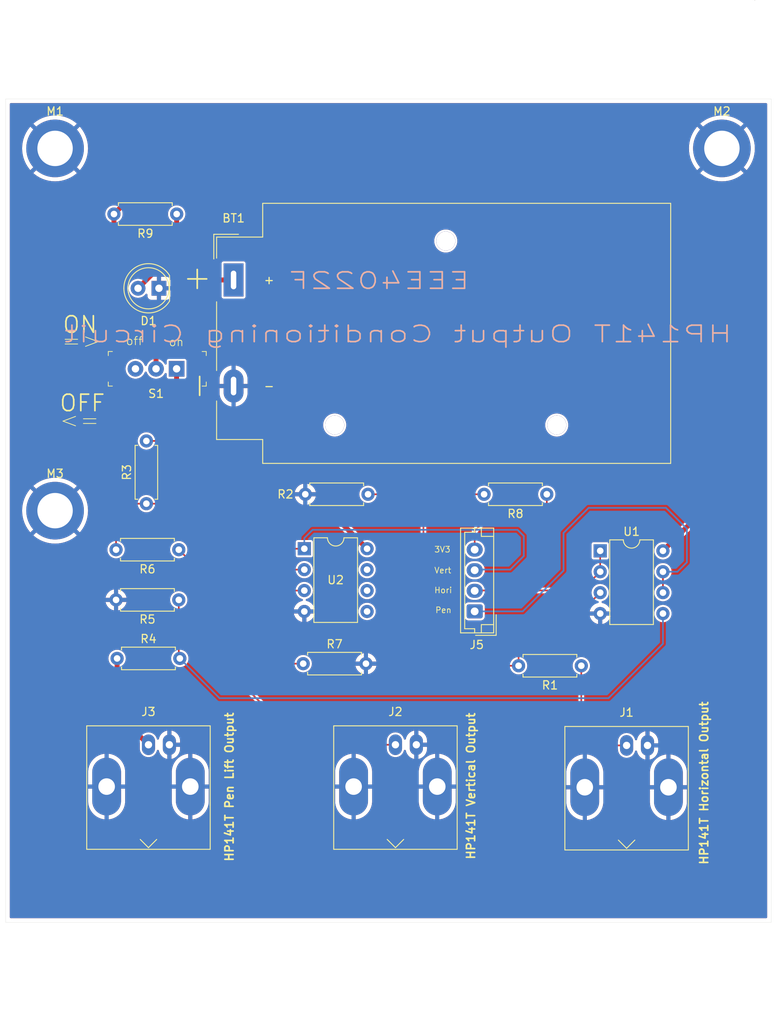
<source format=kicad_pcb>
(kicad_pcb (version 20221018) (generator pcbnew)
  (layers (0 "F.Cu" signal) (31 "B.Cu" signal) (34 "B.Paste" user) (35 "F.Paste" user) (36 "B.SilkS" user "B.Silkscreen") (37 "F.SilkS" user "F.Silkscreen") (38 "B.Mask" user) (39 "F.Mask" user) (44 "Edge.Cuts" user))
  (net 0 "")
  (net 1 "+9V")
  (net 2 "V_vout")
  (net 3 "GND")
  (net 4 "Net-(D1-A)")
  (net 5 "V_hin")
  (net 6 "Net-(U1A-+)")
  (net 7 "Net-(U2A--)")
  (net 8 "V_penin")
  (net 9 "Net-(U1B-+)")
  (net 10 "V_vin")
  (net 11 "Net-(U2A-+)")
  (net 12 "3V3")
  (net 13 "V_hout")
  (net 14 "V_penout")
  (net 18 "Net-(BT1-+)")
  (footprint "Battery:BatteryHolder_MPD_BA9VPC_1xPP3" (layer "F.Cu") (at 121.08 53.98)
    (fp_text reference "BT1" (at 0 -7.5) (layer "F.SilkS"))
    (fp_text value "9V")
    (fp_text user "-" (at 3.6 12.88) (layer "F.SilkS") (effects (justify left)))
    (fp_text user "+" (at 3.6 0) (layer "F.SilkS") (effects (justify left)))
    (fp_line (start -2.4 -5.55) (end -2.4 -2.55) (stroke (width 0.12)) (layer "F.SilkS"))
    (fp_line (start -2.4 -5.55) (end 0.6 -5.55) (stroke (width 0.12)) (layer "F.SilkS"))
    (fp_line (start -2.06 -5.21) (end -2.06 -2.65) (stroke (width 0.12)) (layer "F.SilkS"))
    (fp_line (start -2.06 2.65) (end -2.06 11) (stroke (width 0.12)) (layer "F.SilkS"))
    (fp_line (start -2.06 19.38) (end -2.06 14.7) (stroke (width 0.12)) (layer "F.SilkS"))
    (fp_line (start 3.54 -9.31) (end 3.54 -5.21) (stroke (width 0.12)) (layer "F.SilkS"))
    (fp_line (start 3.54 -5.21) (end -2.06 -5.21) (stroke (width 0.12)) (layer "F.SilkS"))
    (fp_line (start 3.54 19.38) (end -2.06 19.38) (stroke (width 0.12)) (layer "F.SilkS"))
    (fp_line (start 3.54 22.28) (end 3.54 19.38) (stroke (width 0.12)) (layer "F.SilkS"))
    (fp_line (start 53.1 -9.31) (end 3.54 -9.31) (stroke (width 0.12)) (layer "F.SilkS"))
    (fp_line (start 53.1 22.28) (end 3.54 22.28) (stroke (width 0.12)) (layer "F.SilkS"))
    (fp_line (start 53.1 22.28) (end 53.1 -9.31) (stroke (width 0.12)) (layer "F.SilkS"))
    (pad "" np_thru_hole circle (at 12.29 17.62) (size 2.3 2.3) (drill 2.29) (layers "*.Cu" "*.Mask"))
    (pad "" np_thru_hole circle (at 25.78 -4.73) (size 2.3 2.3) (drill 2.29) (layers "*.Cu" "*.Mask"))
    (pad "" np_thru_hole circle (at 39.26 17.62) (size 2.3 2.3) (drill 2.29) (layers "*.Cu" "*.Mask"))
    (pad "1" thru_hole rect (at 0 0) (size 2.41 4.02) (drill oval 0.66 2.27) (layers "*.Cu" "*.Mask") (net 18 "Net-(BT1-+)"))
    (pad "2" thru_hole oval (at 0 12.88) (size 2.41 4.02) (drill oval 0.66 2.27) (layers "*.Cu" "*.Mask") (net 3 "GND"))
  )
  (footprint "MountingHole:MountingHole_4.3mm_M4_ISO14580_Pad" (layer "F.Cu") (at 99.4 38)
    (fp_text reference "M1" (at 0 -4.5) (layer "F.SilkS"))
    (fp_text value "MountingHole_4.3mm_M4_ISO14580_Pad")
    (pad "1" thru_hole circle (at 0 0) (size 7 7) (drill 4.3) (layers "*.Cu" "*.Mask") (net 3 "GND"))
  )
  (footprint "Connector_Coaxial:BNC_Amphenol_B6252HB-NPP3G-50_Horizontal" (layer "F.Cu") (at 110.744 110.434 180)
    (fp_text reference "J3" (at 0 4) (layer "F.SilkS"))
    (fp_text value "Conn_Coaxial")
    (fp_line (start -7.5 -12.7) (end 7.5 -12.7) (stroke (width 0.12)) (layer "F.SilkS"))
    (fp_line (start -7.5 2.3) (end -7.5 -12.7) (stroke (width 0.12)) (layer "F.SilkS"))
    (fp_line (start 0 -12.5) (end -1 -11.5) (stroke (width 0.12)) (layer "F.SilkS"))
    (fp_line (start 0 -12.5) (end 1 -11.5) (stroke (width 0.12)) (layer "F.SilkS"))
    (fp_line (start 7.5 -12.7) (end 7.5 2.3) (stroke (width 0.12)) (layer "F.SilkS"))
    (fp_line (start 7.5 2.3) (end -7.5 2.3) (stroke (width 0.12)) (layer "F.SilkS"))
    (pad "1" thru_hole oval (at 0 0 180) (size 1.6 2.5) (drill 0.89) (layers "*.Cu" "*.Mask") (net 8 "V_penin"))
    (pad "2" thru_hole oval (at -5.08 -5.08 180) (size 3.5 7) (drill 2.01) (layers "*.Cu" "*.Mask") (net 3 "GND"))
    (pad "2" thru_hole oval (at -2.54 0 180) (size 1.6 2.5) (drill 0.89) (layers "*.Cu" "*.Mask") (net 3 "GND"))
    (pad "2" thru_hole oval (at 5.08 -5.08 180) (size 3.5 7) (drill 2.01) (layers "*.Cu" "*.Mask") (net 3 "GND"))
  )
  (footprint "Connector_Coaxial:BNC_Amphenol_B6252HB-NPP3G-50_Horizontal" (layer "F.Cu") (at 168.824 110.514 180)
    (fp_text reference "J1" (at 0 4) (layer "F.SilkS"))
    (fp_text value "Conn_Coaxial")
    (fp_line (start -7.5 -12.7) (end 7.5 -12.7) (stroke (width 0.12)) (layer "F.SilkS"))
    (fp_line (start -7.5 2.3) (end -7.5 -12.7) (stroke (width 0.12)) (layer "F.SilkS"))
    (fp_line (start 0 -12.5) (end -1 -11.5) (stroke (width 0.12)) (layer "F.SilkS"))
    (fp_line (start 0 -12.5) (end 1 -11.5) (stroke (width 0.12)) (layer "F.SilkS"))
    (fp_line (start 7.5 -12.7) (end 7.5 2.3) (stroke (width 0.12)) (layer "F.SilkS"))
    (fp_line (start 7.5 2.3) (end -7.5 2.3) (stroke (width 0.12)) (layer "F.SilkS"))
    (pad "1" thru_hole oval (at 0 0 180) (size 1.6 2.5) (drill 0.89) (layers "*.Cu" "*.Mask") (net 5 "V_hin"))
    (pad "2" thru_hole oval (at -5.08 -5.08 180) (size 3.5 7) (drill 2.01) (layers "*.Cu" "*.Mask") (net 3 "GND"))
    (pad "2" thru_hole oval (at -2.54 0 180) (size 1.6 2.5) (drill 0.89) (layers "*.Cu" "*.Mask") (net 3 "GND"))
    (pad "2" thru_hole oval (at 5.08 -5.08 180) (size 3.5 7) (drill 2.01) (layers "*.Cu" "*.Mask") (net 3 "GND"))
  )
  (footprint "Resistor_THT:R_Axial_DIN0207_L6.3mm_D2.5mm_P7.62mm_Horizontal" (layer "F.Cu") (at 106.934 99.949)
    (fp_text reference "R4" (at 3.81 -2.37) (layer "F.SilkS"))
    (fp_text value "47k")
    (fp_line (start 0.54 -1.37) (end 7.08 -1.37) (stroke (width 0.12)) (layer "F.SilkS"))
    (fp_line (start 0.54 -1.04) (end 0.54 -1.37) (stroke (width 0.12)) (layer "F.SilkS"))
    (fp_line (start 0.54 1.04) (end 0.54 1.37) (stroke (width 0.12)) (layer "F.SilkS"))
    (fp_line (start 0.54 1.37) (end 7.08 1.37) (stroke (width 0.12)) (layer "F.SilkS"))
    (fp_line (start 7.08 -1.37) (end 7.08 -1.04) (stroke (width 0.12)) (layer "F.SilkS"))
    (fp_line (start 7.08 1.37) (end 7.08 1.04) (stroke (width 0.12)) (layer "F.SilkS"))
    (pad "1" thru_hole circle (at 0 0) (size 1.6 1.6) (drill 0.8) (layers "*.Cu" "*.Mask") (net 8 "V_penin"))
    (pad "2" thru_hole oval (at 7.62 0) (size 1.6 1.6) (drill 0.8) (layers "*.Cu" "*.Mask") (net 9 "Net-(U1B-+)"))
  )
  (footprint "Resistor_THT:R_Axial_DIN0207_L6.3mm_D2.5mm_P7.62mm_Horizontal" (layer "F.Cu") (at 159.131 80.01 180)
    (fp_text reference "R8" (at 3.81 -2.37) (layer "F.SilkS"))
    (fp_text value "68k")
    (fp_line (start 0.54 -1.37) (end 7.08 -1.37) (stroke (width 0.12)) (layer "F.SilkS"))
    (fp_line (start 0.54 -1.04) (end 0.54 -1.37) (stroke (width 0.12)) (layer "F.SilkS"))
    (fp_line (start 0.54 1.04) (end 0.54 1.37) (stroke (width 0.12)) (layer "F.SilkS"))
    (fp_line (start 0.54 1.37) (end 7.08 1.37) (stroke (width 0.12)) (layer "F.SilkS"))
    (fp_line (start 7.08 -1.37) (end 7.08 -1.04) (stroke (width 0.12)) (layer "F.SilkS"))
    (fp_line (start 7.08 1.37) (end 7.08 1.04) (stroke (width 0.12)) (layer "F.SilkS"))
    (pad "1" thru_hole circle (at 0 0 180) (size 1.6 1.6) (drill 0.8) (layers "*.Cu" "*.Mask") (net 12 "3V3"))
    (pad "2" thru_hole oval (at 7.62 0 180) (size 1.6 1.6) (drill 0.8) (layers "*.Cu" "*.Mask") (net 6 "Net-(U1A-+)"))
  )
  (footprint "MountingHole:MountingHole_4.3mm_M4_ISO14580_Pad" (layer "F.Cu") (at 180.4 38)
    (fp_text reference "M2" (at 0 -4.5) (layer "F.SilkS"))
    (fp_text value "MountingHole_4.3mm_M4_ISO14580_Pad")
    (pad "1" thru_hole circle (at 0 0) (size 7 7) (drill 4.3) (layers "*.Cu" "*.Mask") (net 3 "GND"))
  )
  (footprint "Package_DIP:DIP-8_W7.62mm" (layer "F.Cu") (at 165.618 86.878)
    (fp_text reference "U1" (at 3.81 -2.33) (layer "F.SilkS"))
    (fp_text value "LM358")
    (fp_line (start 1.16 -1.33) (end 1.16 8.95) (stroke (width 0.12)) (layer "F.SilkS"))
    (fp_line (start 1.16 8.95) (end 6.46 8.95) (stroke (width 0.12)) (layer "F.SilkS"))
    (fp_line (start 2.81 -1.33) (end 1.16 -1.33) (stroke (width 0.12)) (layer "F.SilkS"))
    (fp_line (start 6.46 -1.33) (end 4.81 -1.33) (stroke (width 0.12)) (layer "F.SilkS"))
    (fp_line (start 6.46 8.95) (end 6.46 -1.33) (stroke (width 0.12)) (layer "F.SilkS"))
    (fp_arc (start 4.81 -1.33) (mid 3.81 -0.33) (end 2.81 -1.33) (stroke (width 0.12)) (layer "F.SilkS"))
    (pad "1" thru_hole rect (at 0 0) (size 1.6 1.6) (drill 0.8) (layers "*.Cu" "*.Mask") (net 13 "V_hout"))
    (pad "2" thru_hole oval (at 0 2.54) (size 1.6 1.6) (drill 0.8) (layers "*.Cu" "*.Mask") (net 13 "V_hout"))
    (pad "3" thru_hole oval (at 0 5.08) (size 1.6 1.6) (drill 0.8) (layers "*.Cu" "*.Mask") (net 6 "Net-(U1A-+)"))
    (pad "4" thru_hole oval (at 0 7.62) (size 1.6 1.6) (drill 0.8) (layers "*.Cu" "*.Mask") (net 3 "GND"))
    (pad "5" thru_hole oval (at 7.62 7.62) (size 1.6 1.6) (drill 0.8) (layers "*.Cu" "*.Mask") (net 9 "Net-(U1B-+)"))
    (pad "6" thru_hole oval (at 7.62 5.08) (size 1.6 1.6) (drill 0.8) (layers "*.Cu" "*.Mask") (net 14 "V_penout"))
    (pad "7" thru_hole oval (at 7.62 2.54) (size 1.6 1.6) (drill 0.8) (layers "*.Cu" "*.Mask") (net 14 "V_penout"))
    (pad "8" thru_hole oval (at 7.62 0) (size 1.6 1.6) (drill 0.8) (layers "*.Cu" "*.Mask") (net 1 "+9V"))
  )
  (footprint "Resistor_THT:R_Axial_DIN0207_L6.3mm_D2.5mm_P7.62mm_Horizontal" (layer "F.Cu") (at 114.427 86.741 180)
    (fp_text reference "R6" (at 3.81 -2.37) (layer "F.SilkS"))
    (fp_text value "2.7k")
    (fp_line (start 0.54 -1.37) (end 7.08 -1.37) (stroke (width 0.12)) (layer "F.SilkS"))
    (fp_line (start 0.54 -1.04) (end 0.54 -1.37) (stroke (width 0.12)) (layer "F.SilkS"))
    (fp_line (start 0.54 1.04) (end 0.54 1.37) (stroke (width 0.12)) (layer "F.SilkS"))
    (fp_line (start 0.54 1.37) (end 7.08 1.37) (stroke (width 0.12)) (layer "F.SilkS"))
    (fp_line (start 7.08 -1.37) (end 7.08 -1.04) (stroke (width 0.12)) (layer "F.SilkS"))
    (fp_line (start 7.08 1.37) (end 7.08 1.04) (stroke (width 0.12)) (layer "F.SilkS"))
    (pad "1" thru_hole circle (at 0 0 180) (size 1.6 1.6) (drill 0.8) (layers "*.Cu" "*.Mask") (net 10 "V_vin"))
    (pad "2" thru_hole oval (at 7.62 0 180) (size 1.6 1.6) (drill 0.8) (layers "*.Cu" "*.Mask") (net 7 "Net-(U2A--)"))
  )
  (footprint "Package_DIP:DIP-8_W7.62mm" (layer "F.Cu") (at 129.677 86.624)
    (fp_text reference "U2" (at 3.8 3.8) (layer "F.SilkS"))
    (fp_text value "LM358")
    (fp_line (start 1.16 -1.33) (end 1.16 8.95) (stroke (width 0.12)) (layer "F.SilkS"))
    (fp_line (start 1.16 8.95) (end 6.46 8.95) (stroke (width 0.12)) (layer "F.SilkS"))
    (fp_line (start 2.81 -1.33) (end 1.16 -1.33) (stroke (width 0.12)) (layer "F.SilkS"))
    (fp_line (start 6.46 -1.33) (end 4.81 -1.33) (stroke (width 0.12)) (layer "F.SilkS"))
    (fp_line (start 6.46 8.95) (end 6.46 -1.33) (stroke (width 0.12)) (layer "F.SilkS"))
    (fp_arc (start 4.81 -1.33) (mid 3.81 -0.33) (end 2.81 -1.33) (stroke (width 0.12)) (layer "F.SilkS"))
    (pad "1" thru_hole rect (at 0 0) (size 1.6 1.6) (drill 0.8) (layers "*.Cu" "*.Mask") (net 2 "V_vout"))
    (pad "2" thru_hole oval (at 0 2.54) (size 1.6 1.6) (drill 0.8) (layers "*.Cu" "*.Mask") (net 7 "Net-(U2A--)"))
    (pad "3" thru_hole oval (at 0 5.08) (size 1.6 1.6) (drill 0.8) (layers "*.Cu" "*.Mask") (net 11 "Net-(U2A-+)"))
    (pad "4" thru_hole oval (at 0 7.62) (size 1.6 1.6) (drill 0.8) (layers "*.Cu" "*.Mask") (net 3 "GND"))
    (pad "5" thru_hole oval (at 7.62 7.62) (size 1.6 1.6) (drill 0.8) (layers "*.Cu" "*.Mask"))
    (pad "6" thru_hole oval (at 7.62 5.08) (size 1.6 1.6) (drill 0.8) (layers "*.Cu" "*.Mask"))
    (pad "7" thru_hole oval (at 7.62 2.54) (size 1.6 1.6) (drill 0.8) (layers "*.Cu" "*.Mask"))
    (pad "8" thru_hole oval (at 7.62 0) (size 1.6 1.6) (drill 0.8) (layers "*.Cu" "*.Mask") (net 1 "+9V"))
  )
  (footprint "Resistor_THT:R_Axial_DIN0207_L6.3mm_D2.5mm_P7.62mm_Horizontal" (layer "F.Cu") (at 137.414 80.01 180)
    (fp_text reference "R2" (at 10.033 0) (layer "F.SilkS"))
    (fp_text value "200k")
    (fp_line (start 0.54 -1.37) (end 7.08 -1.37) (stroke (width 0.12)) (layer "F.SilkS"))
    (fp_line (start 0.54 -1.04) (end 0.54 -1.37) (stroke (width 0.12)) (layer "F.SilkS"))
    (fp_line (start 0.54 1.04) (end 0.54 1.37) (stroke (width 0.12)) (layer "F.SilkS"))
    (fp_line (start 0.54 1.37) (end 7.08 1.37) (stroke (width 0.12)) (layer "F.SilkS"))
    (fp_line (start 7.08 -1.37) (end 7.08 -1.04) (stroke (width 0.12)) (layer "F.SilkS"))
    (fp_line (start 7.08 1.37) (end 7.08 1.04) (stroke (width 0.12)) (layer "F.SilkS"))
    (pad "1" thru_hole circle (at 0 0 180) (size 1.6 1.6) (drill 0.8) (layers "*.Cu" "*.Mask") (net 6 "Net-(U1A-+)"))
    (pad "2" thru_hole oval (at 7.62 0 180) (size 1.6 1.6) (drill 0.8) (layers "*.Cu" "*.Mask") (net 3 "GND"))
  )
  (footprint "MountingHole:MountingHole_4.3mm_M4_ISO14580_Pad" (layer "F.Cu") (at 99.4 82)
    (fp_text reference "M3" (at 0 -4.5) (layer "F.SilkS"))
    (fp_text value "MountingHole_4.3mm_M4_ISO14580_Pad")
    (pad "1" thru_hole circle (at 0 0) (size 7 7) (drill 4.3) (layers "*.Cu" "*.Mask") (net 3 "GND"))
  )
  (footprint "digikey-footprints:Switch_Slide_11.6x4mm_EG1218" (layer "F.Cu") (at 114.163 64.77 180)
    (fp_text reference "S1" (at 2.49 -3.02 180) (layer "F.SilkS"))
    (fp_text value "EG1218")
    (fp_line (start -3.6 -2.1) (end -3.6 -1.6) (stroke (width 0.1)) (layer "F.SilkS"))
    (fp_line (start -3.6 -2.1) (end -3.1 -2.1) (stroke (width 0.1)) (layer "F.SilkS"))
    (fp_line (start -3.6 2.1) (end -3.6 1.6) (stroke (width 0.1)) (layer "F.SilkS"))
    (fp_line (start -3.6 2.1) (end -3.1 2.1) (stroke (width 0.1)) (layer "F.SilkS"))
    (fp_line (start 8.3 -2.1) (end 7.8 -2.1) (stroke (width 0.1)) (layer "F.SilkS"))
    (fp_line (start 8.3 -2.1) (end 8.3 -1.6) (stroke (width 0.1)) (layer "F.SilkS"))
    (fp_line (start 8.3 2.1) (end 7.8 2.1) (stroke (width 0.1)) (layer "F.SilkS"))
    (fp_line (start 8.3 2.1) (end 8.3 1.6) (stroke (width 0.1)) (layer "F.SilkS"))
    (pad "1" thru_hole rect (at 0 0 180) (size 1.9 1.9) (drill 0.9) (layers "*.Cu" "*.Mask") (net 1 "+9V"))
    (pad "2" thru_hole circle (at 2.5 0 180) (size 1.9 1.9) (drill 0.9) (layers "*.Cu" "*.Mask") (net 18 "Net-(BT1-+)"))
    (pad "3" thru_hole circle (at 5 0 180) (size 1.9 1.9) (drill 0.9) (layers "*.Cu" "*.Mask"))
  )
  (footprint "Resistor_THT:R_Axial_DIN0207_L6.3mm_D2.5mm_P7.62mm_Horizontal" (layer "F.Cu") (at 114.173 45.974 180)
    (fp_text reference "R9" (at 3.81 -2.37) (layer "F.SilkS"))
    (fp_text value "470R")
    (fp_line (start 0.54 -1.37) (end 7.08 -1.37) (stroke (width 0.12)) (layer "F.SilkS"))
    (fp_line (start 0.54 -1.04) (end 0.54 -1.37) (stroke (width 0.12)) (layer "F.SilkS"))
    (fp_line (start 0.54 1.04) (end 0.54 1.37) (stroke (width 0.12)) (layer "F.SilkS"))
    (fp_line (start 0.54 1.37) (end 7.08 1.37) (stroke (width 0.12)) (layer "F.SilkS"))
    (fp_line (start 7.08 -1.37) (end 7.08 -1.04) (stroke (width 0.12)) (layer "F.SilkS"))
    (fp_line (start 7.08 1.37) (end 7.08 1.04) (stroke (width 0.12)) (layer "F.SilkS"))
    (pad "1" thru_hole circle (at 0 0 180) (size 1.6 1.6) (drill 0.8) (layers "*.Cu" "*.Mask") (net 4 "Net-(D1-A)"))
    (pad "2" thru_hole oval (at 7.62 0 180) (size 1.6 1.6) (drill 0.8) (layers "*.Cu" "*.Mask") (net 1 "+9V"))
  )
  (footprint "Resistor_THT:R_Axial_DIN0207_L6.3mm_D2.5mm_P7.62mm_Horizontal" (layer "F.Cu") (at 110.49 81.153 90)
    (fp_text reference "R3" (at 3.81 -2.37 90) (layer "F.SilkS"))
    (fp_text value "10k")
    (fp_line (start 0.54 -1.37) (end 7.08 -1.37) (stroke (width 0.12)) (layer "F.SilkS"))
    (fp_line (start 0.54 -1.04) (end 0.54 -1.37) (stroke (width 0.12)) (layer "F.SilkS"))
    (fp_line (start 0.54 1.04) (end 0.54 1.37) (stroke (width 0.12)) (layer "F.SilkS"))
    (fp_line (start 0.54 1.37) (end 7.08 1.37) (stroke (width 0.12)) (layer "F.SilkS"))
    (fp_line (start 7.08 -1.37) (end 7.08 -1.04) (stroke (width 0.12)) (layer "F.SilkS"))
    (fp_line (start 7.08 1.37) (end 7.08 1.04) (stroke (width 0.12)) (layer "F.SilkS"))
    (pad "1" thru_hole circle (at 0 0 90) (size 1.6 1.6) (drill 0.8) (layers "*.Cu" "*.Mask") (net 7 "Net-(U2A--)"))
    (pad "2" thru_hole oval (at 7.62 0 90) (size 1.6 1.6) (drill 0.8) (layers "*.Cu" "*.Mask") (net 2 "V_vout"))
  )
  (footprint "Resistor_THT:R_Axial_DIN0207_L6.3mm_D2.5mm_P7.62mm_Horizontal" (layer "F.Cu") (at 114.427 92.837 180)
    (fp_text reference "R5" (at 3.81 -2.37) (layer "F.SilkS"))
    (fp_text value "10k")
    (fp_line (start 0.54 -1.37) (end 7.08 -1.37) (stroke (width 0.12)) (layer "F.SilkS"))
    (fp_line (start 0.54 -1.04) (end 0.54 -1.37) (stroke (width 0.12)) (layer "F.SilkS"))
    (fp_line (start 0.54 1.04) (end 0.54 1.37) (stroke (width 0.12)) (layer "F.SilkS"))
    (fp_line (start 0.54 1.37) (end 7.08 1.37) (stroke (width 0.12)) (layer "F.SilkS"))
    (fp_line (start 7.08 -1.37) (end 7.08 -1.04) (stroke (width 0.12)) (layer "F.SilkS"))
    (fp_line (start 7.08 1.37) (end 7.08 1.04) (stroke (width 0.12)) (layer "F.SilkS"))
    (pad "1" thru_hole circle (at 0 0 180) (size 1.6 1.6) (drill 0.8) (layers "*.Cu" "*.Mask") (net 9 "Net-(U1B-+)"))
    (pad "2" thru_hole oval (at 7.62 0 180) (size 1.6 1.6) (drill 0.8) (layers "*.Cu" "*.Mask") (net 3 "GND"))
  )
  (footprint "Resistor_THT:R_Axial_DIN0207_L6.3mm_D2.5mm_P7.62mm_Horizontal" (layer "F.Cu") (at 163.322 100.838 180)
    (fp_text reference "R1" (at 3.81 -2.37) (layer "F.SilkS"))
    (fp_text value "100k")
    (fp_line (start 0.54 -1.37) (end 7.08 -1.37) (stroke (width 0.12)) (layer "F.SilkS"))
    (fp_line (start 0.54 -1.04) (end 0.54 -1.37) (stroke (width 0.12)) (layer "F.SilkS"))
    (fp_line (start 0.54 1.04) (end 0.54 1.37) (stroke (width 0.12)) (layer "F.SilkS"))
    (fp_line (start 0.54 1.37) (end 7.08 1.37) (stroke (width 0.12)) (layer "F.SilkS"))
    (fp_line (start 7.08 -1.37) (end 7.08 -1.04) (stroke (width 0.12)) (layer "F.SilkS"))
    (fp_line (start 7.08 1.37) (end 7.08 1.04) (stroke (width 0.12)) (layer "F.SilkS"))
    (pad "1" thru_hole circle (at 0 0 180) (size 1.6 1.6) (drill 0.8) (layers "*.Cu" "*.Mask") (net 5 "V_hin"))
    (pad "2" thru_hole oval (at 7.62 0 180) (size 1.6 1.6) (drill 0.8) (layers "*.Cu" "*.Mask") (net 6 "Net-(U1A-+)"))
  )
  (footprint "Resistor_THT:R_Axial_DIN0207_L6.3mm_D2.5mm_P7.62mm_Horizontal" (layer "F.Cu") (at 129.54 100.584)
    (fp_text reference "R7" (at 3.81 -2.37) (layer "F.SilkS"))
    (fp_text value "2.2k")
    (fp_line (start 0.54 -1.37) (end 7.08 -1.37) (stroke (width 0.12)) (layer "F.SilkS"))
    (fp_line (start 0.54 -1.04) (end 0.54 -1.37) (stroke (width 0.12)) (layer "F.SilkS"))
    (fp_line (start 0.54 1.04) (end 0.54 1.37) (stroke (width 0.12)) (layer "F.SilkS"))
    (fp_line (start 0.54 1.37) (end 7.08 1.37) (stroke (width 0.12)) (layer "F.SilkS"))
    (fp_line (start 7.08 -1.37) (end 7.08 -1.04) (stroke (width 0.12)) (layer "F.SilkS"))
    (fp_line (start 7.08 1.37) (end 7.08 1.04) (stroke (width 0.12)) (layer "F.SilkS"))
    (pad "1" thru_hole circle (at 0 0) (size 1.6 1.6) (drill 0.8) (layers "*.Cu" "*.Mask") (net 11 "Net-(U2A-+)"))
    (pad "2" thru_hole oval (at 7.62 0) (size 1.6 1.6) (drill 0.8) (layers "*.Cu" "*.Mask") (net 3 "GND"))
  )
  (footprint "LED_THT:LED_D5.0mm" (layer "F.Cu") (at 112.019 54.991 180)
    (fp_text reference "D1" (at 1.27 -3.96) (layer "F.SilkS"))
    (fp_text value "Green")
    (fp_line (start -1.29 -1.545) (end -1.29 1.545) (stroke (width 0.12)) (layer "F.SilkS"))
    (fp_arc (start -1.29 -1.54483) (mid 2.072002 -2.880433) (end 4.26 0.000462) (stroke (width 0.12)) (layer "F.SilkS"))
    (fp_arc (start 4.26 -0.000462) (mid 2.072002 2.880433) (end -1.29 1.54483) (stroke (width 0.12)) (layer "F.SilkS"))
    (fp_circle (center 1.27 0) (end 3.77 0) (stroke (width 0.12)) (fill none) (layer "F.SilkS"))
    (pad "1" thru_hole rect (at 0 0 180) (size 1.8 1.8) (drill 0.9) (layers "*.Cu" "*.Mask") (net 3 "GND"))
    (pad "2" thru_hole circle (at 2.54 0 180) (size 1.8 1.8) (drill 0.9) (layers "*.Cu" "*.Mask") (net 4 "Net-(D1-A)"))
  )
  (footprint "Connector_JST:JST_EH_B4B-EH-A_1x04_P2.50mm_Vertical" (layer "F.Cu") (at 150.368 94.234 90)
    (fp_text reference "J5" (at -4.064 0.254 180) (layer "F.SilkS"))
    (fp_text value "Conn_01x04_Pin")
    (fp_line (start -2.91 0.11) (end -2.91 2.61) (stroke (width 0.12)) (layer "F.SilkS"))
    (fp_line (start -2.91 2.61) (end -0.41 2.61) (stroke (width 0.12)) (layer "F.SilkS"))
    (fp_line (start -2.61 -1.71) (end -2.61 2.31) (stroke (width 0.12)) (layer "F.SilkS"))
    (fp_line (start -2.61 0) (end -2.11 0) (stroke (width 0.12)) (layer "F.SilkS"))
    (fp_line (start -2.61 0.81) (end -1.61 0.81) (stroke (width 0.12)) (layer "F.SilkS"))
    (fp_line (start -2.61 2.31) (end 10.11 2.31) (stroke (width 0.12)) (layer "F.SilkS"))
    (fp_line (start -2.11 -1.21) (end 9.61 -1.21) (stroke (width 0.12)) (layer "F.SilkS"))
    (fp_line (start -2.11 0) (end -2.11 -1.21) (stroke (width 0.12)) (layer "F.SilkS"))
    (fp_line (start -1.61 0.81) (end -1.61 2.31) (stroke (width 0.12)) (layer "F.SilkS"))
    (fp_line (start 9.11 0.81) (end 9.11 2.31) (stroke (width 0.12)) (layer "F.SilkS"))
    (fp_line (start 9.61 -1.21) (end 9.61 0) (stroke (width 0.12)) (layer "F.SilkS"))
    (fp_line (start 9.61 0) (end 10.11 0) (stroke (width 0.12)) (layer "F.SilkS"))
    (fp_line (start 10.11 -1.71) (end -2.61 -1.71) (stroke (width 0.12)) (layer "F.SilkS"))
    (fp_line (start 10.11 0.81) (end 9.11 0.81) (stroke (width 0.12)) (layer "F.SilkS"))
    (fp_line (start 10.11 2.31) (end 10.11 -1.71) (stroke (width 0.12)) (layer "F.SilkS"))
    (pad "1" thru_hole roundrect (at 0 0 90) (size 1.7 1.95) (drill 0.95) (layers "*.Cu" "*.Mask") (roundrect_rratio 0.1470588235) (net 14 "V_penout"))
    (pad "2" thru_hole oval (at 2.5 0 90) (size 1.7 1.95) (drill 0.95) (layers "*.Cu" "*.Mask") (net 13 "V_hout"))
    (pad "3" thru_hole oval (at 5 0 90) (size 1.7 1.95) (drill 0.95) (layers "*.Cu" "*.Mask") (net 2 "V_vout"))
    (pad "4" thru_hole oval (at 7.5 0 90) (size 1.7 1.95) (drill 0.95) (layers "*.Cu" "*.Mask") (net 12 "3V3"))
  )
  (footprint "Connector_Coaxial:BNC_Amphenol_B6252HB-NPP3G-50_Horizontal" (layer "F.Cu") (at 140.744 110.434 180)
    (fp_text reference "J2" (at 0 4) (layer "F.SilkS"))
    (fp_text value "Conn_Coaxial")
    (fp_line (start -7.5 -12.7) (end 7.5 -12.7) (stroke (width 0.12)) (layer "F.SilkS"))
    (fp_line (start -7.5 2.3) (end -7.5 -12.7) (stroke (width 0.12)) (layer "F.SilkS"))
    (fp_line (start 0 -12.5) (end -1 -11.5) (stroke (width 0.12)) (layer "F.SilkS"))
    (fp_line (start 0 -12.5) (end 1 -11.5) (stroke (width 0.12)) (layer "F.SilkS"))
    (fp_line (start 7.5 -12.7) (end 7.5 2.3) (stroke (width 0.12)) (layer "F.SilkS"))
    (fp_line (start 7.5 2.3) (end -7.5 2.3) (stroke (width 0.12)) (layer "F.SilkS"))
    (pad "1" thru_hole oval (at 0 0 180) (size 1.6 2.5) (drill 0.89) (layers "*.Cu" "*.Mask") (net 10 "V_vin"))
    (pad "2" thru_hole oval (at -5.08 -5.08 180) (size 3.5 7) (drill 2.01) (layers "*.Cu" "*.Mask") (net 3 "GND"))
    (pad "2" thru_hole oval (at -2.54 0 180) (size 1.6 2.5) (drill 0.89) (layers "*.Cu" "*.Mask") (net 3 "GND"))
    (pad "2" thru_hole oval (at 5.08 -5.08 180) (size 3.5 7) (drill 2.01) (layers "*.Cu" "*.Mask") (net 3 "GND"))
  )
  (gr_line (start 186.4 132) (end 186.4 32) (stroke (width 0.0254)) (layer "Edge.Cuts"))
  (gr_line (start 93.4 32) (end 93.4 132) (stroke (width 0.0254)) (layer "Edge.Cuts"))
  (gr_circle (center 184.4 20) (end 184.4 20) (stroke (width 0.05)) (fill none) (layer "Edge.Cuts"))
  (gr_line (start 93.4 132) (end 186.4 132) (stroke (width 0.0254)) (layer "Edge.Cuts"))
  (gr_line (start 186.4 32) (end 93.4 32) (stroke (width 0.0254)) (layer "Edge.Cuts"))
  (gr_text "HP141T Output Conditioning Circuit" (at 181.864 61.722) (layer "B.SilkS") (effects (font (size 2 3) (thickness 0.2) bold) (justify left bottom mirror)))
  (gr_text "EEE4022F" (at 149.987 55.245) (layer "B.SilkS") (effects (font (size 2 3) (thickness 0.2) bold) (justify left bottom mirror)))
  (gr_text "on" (at 113.157 62.103) (layer "F.SilkS") (effects (font (size 1 1) (thickness 0.1)) (justify left bottom)))
  (gr_text "-" (at 117.475 68.834 90) (layer "F.SilkS") (effects (font (size 1 3) (thickness 0.2) bold) (justify left bottom)))
  (gr_text "off" (at 107.95 61.976) (layer "F.SilkS") (effects (font (size 1 1) (thickness 0.1)) (justify left bottom)))
  (gr_text "=>" (at 100.076 62.484) (layer "F.SilkS") (effects (font (size 2 2) (thickness 0.1)) (justify left bottom)))
  (gr_text "Vert" (at 145.415 89.662) (layer "F.SilkS") (effects (font (size 0.7 0.7) (thickness 0.1)) (justify left bottom)))
  (gr_text "HP141T Horizontal Output" (at 178.816 125.095 90) (layer "F.SilkS") (effects (font (size 1 1) (thickness 0.2)) (justify left bottom)))
  (gr_text "3V3" (at 145.415 87.122) (layer "F.SilkS") (effects (font (size 0.7 0.7) (thickness 0.1)) (justify left bottom)))
  (gr_text "OFF" (at 99.822 70.104) (layer "F.SilkS") (effects (font (size 2 2) (thickness 0.2)) (justify left bottom)))
  (gr_text "HP141T Pen Lift Output" (at 121.158 124.714 90) (layer "F.SilkS") (effects (font (size 1 1) (thickness 0.2)) (justify left bottom)))
  (gr_text "HP141T Vertical Output" (at 150.495 124.46 90) (layer "F.SilkS") (effects (font (size 1 1) (thickness 0.2)) (justify left bottom)))
  (gr_text "Pen" (at 145.542 94.488) (layer "F.SilkS") (effects (font (size 0.7 0.7) (thickness 0.1)) (justify left bottom)))
  (gr_text "+" (at 114.681 55.372) (layer "F.SilkS") (effects (font (size 3 3) (thickness 0.2) bold) (justify left bottom)))
  (gr_text "Hori" (at 145.415 92.075) (layer "F.SilkS") (effects (font (size 0.7 0.7) (thickness 0.1)) (justify left bottom)))
  (gr_text "<=" (at 99.822 72.136) (layer "F.SilkS") (effects (font (size 2 2) (thickness 0.1)) (justify left bottom)))
  (gr_text "ON" (at 100.203 60.579) (layer "F.SilkS") (effects (font (size 2 2) (thickness 0.2)) (justify left bottom)))
  (segment (start 178.435 46.228) (end 172.593 40.386) (width 0.6) (layer "F.Cu") (net 1))
  (segment (start 178.435 81.681) (end 178.435 46.228) (width 0.6) (layer "F.Cu") (net 1))
  (segment (start 111.76 70.104) (end 109.855 70.104) (width 0.6) (layer "F.Cu") (net 1))
  (segment (start 106.543 45.984) (end 106.553 45.974) (width 0.2) (layer "F.Cu") (net 1))
  (segment (start 172.593 40.386) (end 112.141 40.386) (width 0.6) (layer "F.Cu") (net 1))
  (segment (start 109.855 70.104) (end 106.553 66.802) (width 0.6) (layer "F.Cu") (net 1))
  (segment (start 133.604 82.931) (end 121.539 82.931) (width 0.6) (layer "F.Cu") (net 1))
  (segment (start 112.141 40.386) (end 106.553 45.974) (width 0.6) (layer "F.Cu") (net 1))
  (segment (start 137.297 86.624) (end 133.604 82.931) (width 0.6) (layer "F.Cu") (net 1))
  (segment (start 116.713 78.105) (end 116.713 72.771) (width 0.6) (layer "F.Cu") (net 1))
  (segment (start 116.713 72.771) (end 114.046 70.104) (width 0.6) (layer "F.Cu") (net 1))
  (segment (start 106.553 66.802) (end 106.553 45.974) (width 0.6) (layer "F.Cu") (net 1))
  (segment (start 114.046 70.104) (end 114.163 69.987) (width 0.6) (layer "F.Cu") (net 1))
  (segment (start 114.046 70.104) (end 111.76 70.104) (width 0.6) (layer "F.Cu") (net 1))
  (segment (start 173.238 86.878) (end 178.435 81.681) (width 0.6) (layer "F.Cu") (net 1))
  (segment (start 114.163 69.987) (end 114.163 64.77) (width 0.6) (layer "F.Cu") (net 1))
  (segment (start 121.539 82.931) (end 116.713 78.105) (width 0.6) (layer "F.Cu") (net 1))
  (segment (start 113.157 73.533) (end 114.427 74.803) (width 0.2) (layer "F.Cu") (net 2))
  (segment (start 110.49 73.533) (end 113.157 73.533) (width 0.2) (layer "F.Cu") (net 2))
  (segment (start 114.427 74.803) (end 114.427 79.248) (width 0.2) (layer "F.Cu") (net 2))
  (segment (start 114.427 79.248) (end 121.803 86.624) (width 0.2) (layer "F.Cu") (net 2))
  (segment (start 121.803 86.624) (end 129.677 86.624) (width 0.2) (layer "F.Cu") (net 2))
  (segment (start 155.575 84.328) (end 130.683 84.328) (width 0.2) (layer "B.Cu") (net 2))
  (segment (start 150.368 89.154) (end 154.686 89.154) (width 0.2) (layer "B.Cu") (net 2))
  (segment (start 129.677 85.334) (end 129.677 86.624) (width 0.2) (layer "B.Cu") (net 2))
  (segment (start 156.337 87.503) (end 156.337 85.09) (width 0.2) (layer "B.Cu") (net 2))
  (segment (start 154.686 89.154) (end 156.337 87.503) (width 0.2) (layer "B.Cu") (net 2))
  (segment (start 156.337 85.09) (end 155.575 84.328) (width 0.2) (layer "B.Cu") (net 2))
  (segment (start 130.683 84.328) (end 129.677 85.334) (width 0.2) (layer "B.Cu") (net 2))
  (segment (start 114.173 50.297) (end 109.479 54.991) (width 0.6) (layer "F.Cu") (net 4))
  (segment (start 114.173 45.974) (end 114.173 50.297) (width 0.6) (layer "F.Cu") (net 4))
  (segment (start 163.322 107.95) (end 165.886 110.514) (width 0.2) (layer "F.Cu") (net 5))
  (segment (start 165.886 110.514) (end 168.824 110.514) (width 0.2) (layer "F.Cu") (net 5))
  (segment (start 163.322 100.838) (end 163.322 107.95) (width 0.2) (layer "F.Cu") (net 5))
  (segment (start 155.702 100.838) (end 155.702 97.663) (width 0.2) (layer "F.Cu") (net 6))
  (segment (start 137.414 80.01) (end 144.145 80.01) (width 0.2) (layer "F.Cu") (net 6))
  (segment (start 144.145 80.01) (end 144.145 96.012) (width 0.2) (layer "F.Cu") (net 6))
  (segment (start 148.971 100.838) (end 155.702 100.838) (width 0.2) (layer "F.Cu") (net 6))
  (segment (start 155.702 97.663) (end 156.845 96.52) (width 0.2) (layer "F.Cu") (net 6))
  (segment (start 156.845 96.52) (end 161.056 96.52) (width 0.2) (layer "F.Cu") (net 6))
  (segment (start 144.653 80.01) (end 151.511 80.01) (width 0.2) (layer "F.Cu") (net 6))
  (segment (start 144.145 80.01) (end 144.653 80.01) (width 0.2) (layer "F.Cu") (net 6))
  (segment (start 144.145 96.012) (end 148.971 100.838) (width 0.2) (layer "F.Cu") (net 6))
  (segment (start 161.056 96.52) (end 165.618 91.958) (width 0.2) (layer "F.Cu") (net 6))
  (segment (start 106.807 83.185) (end 108.839 81.153) (width 0.2) (layer "F.Cu") (net 7))
  (segment (start 121.676 89.164) (end 129.677 89.164) (width 0.2) (layer "F.Cu") (net 7))
  (segment (start 106.807 86.741) (end 106.807 83.185) (width 0.2) (layer "F.Cu") (net 7))
  (segment (start 108.839 81.153) (end 110.49 81.153) (width 0.2) (layer "F.Cu") (net 7))
  (segment (start 110.49 81.153) (end 113.665 81.153) (width 0.2) (layer "F.Cu") (net 7))
  (segment (start 113.665 81.153) (end 121.676 89.164) (width 0.2) (layer "F.Cu") (net 7))
  (segment (start 106.934 99.949) (end 106.934 106.624) (width 0.6) (layer "F.Cu") (net 8))
  (segment (start 106.934 106.624) (end 110.744 110.434) (width 0.6) (layer "F.Cu") (net 8))
  (segment (start 114.427 92.837) (end 114.427 99.822) (width 0.2) (layer "F.Cu") (net 9))
  (segment (start 114.427 99.822) (end 114.554 99.949) (width 0.2) (layer "F.Cu") (net 9))
  (segment (start 173.238 98.161) (end 166.624 104.775) (width 0.2) (layer "B.Cu") (net 9))
  (segment (start 173.238 94.498) (end 173.238 98.161) (width 0.2) (layer "B.Cu") (net 9))
  (segment (start 166.624 104.775) (end 119.38 104.775) (width 0.2) (layer "B.Cu") (net 9))
  (segment (start 119.38 104.775) (end 114.554 99.949) (width 0.2) (layer "B.Cu") (net 9))
  (segment (start 129.484 110.434) (end 140.744 110.434) (width 0.2) (layer "F.Cu") (net 10))
  (segment (start 118.618 90.932) (end 118.618 99.568) (width 0.2) (layer "F.Cu") (net 10))
  (segment (start 118.618 99.568) (end 129.484 110.434) (width 0.2) (layer "F.Cu") (net 10))
  (segment (start 114.427 86.741) (end 118.618 90.932) (width 0.2) (layer "F.Cu") (net 10))
  (segment (start 124.724 91.704) (end 129.677 91.704) (width 0.2) (layer "F.Cu") (net 11))
  (segment (start 129.54 91.567) (end 129.677 91.704) (width 0.2) (layer "F.Cu") (net 11))
  (segment (start 125.0315 100.584) (end 123.444 98.9965) (width 0.2) (layer "F.Cu") (net 11))
  (segment (start 124.714 91.694) (end 124.724 91.704) (width 0.2) (layer "F.Cu") (net 11))
  (segment (start 123.444 92.964) (end 124.714 91.694) (width 0.2) (layer "F.Cu") (net 11))
  (segment (start 123.444 98.9965) (end 123.444 92.964) (width 0.2) (layer "F.Cu") (net 11))
  (segment (start 129.54 100.584) (end 125.0315 100.584) (width 0.2) (layer "F.Cu") (net 11))
  (segment (start 150.368 84.455) (end 150.368 86.734) (width 0.2) (layer "F.Cu") (net 12))
  (segment (start 150.368 84.455) (end 151.257 83.566) (width 0.2) (layer "F.Cu") (net 12))
  (segment (start 157.226 83.566) (end 159.131 81.661) (width 0.2) (layer "F.Cu") (net 12))
  (segment (start 151.257 83.566) (end 157.226 83.566) (width 0.2) (layer "F.Cu") (net 12))
  (segment (start 159.131 81.661) (end 159.131 80.01) (width 0.2) (layer "F.Cu") (net 12))
  (segment (start 165.618 86.878) (end 165.618 89.418) (width 0.2) (layer "F.Cu") (net 13))
  (segment (start 163.342 91.694) (end 165.618 89.418) (width 0.2) (layer "F.Cu") (net 13))
  (segment (start 150.368 91.694) (end 163.342 91.694) (width 0.2) (layer "F.Cu") (net 13))
  (segment (start 173.238 89.418) (end 173.238 91.958) (width 0.2) (layer "F.Cu") (net 14))
  (segment (start 173.238 89.418) (end 174.996 89.418) (width 0.2) (layer "B.Cu") (net 14))
  (segment (start 176.149 84.201) (end 173.609 81.661) (width 0.2) (layer "B.Cu") (net 14))
  (segment (start 164.211 81.661) (end 161.163 84.709) (width 0.2) (layer "B.Cu") (net 14))
  (segment (start 173.609 81.661) (end 164.211 81.661) (width 0.2) (layer "B.Cu") (net 14))
  (segment (start 156.21 94.234) (end 150.368 94.234) (width 0.2) (layer "B.Cu") (net 14))
  (segment (start 174.996 89.418) (end 176.149 88.265) (width 0.2) (layer "B.Cu") (net 14))
  (segment (start 161.163 89.281) (end 156.21 94.234) (width 0.2) (layer "B.Cu") (net 14))
  (segment (start 161.163 84.709) (end 161.163 89.281) (width 0.2) (layer "B.Cu") (net 14))
  (segment (start 176.149 88.265) (end 176.149 84.201) (width 0.2) (layer "B.Cu") (net 14))
  (segment (start 117.47 53.98) (end 111.663 59.787) (width 0.6) (layer "F.Cu") (net 18))
  (segment (start 111.663 59.787) (end 111.663 64.77) (width 0.6) (layer "F.Cu") (net 18))
  (segment (start 121.08 53.98) (end 117.47 53.98) (width 0.6) (layer "F.Cu") (net 18))
  (zone (net 3) (net_name "GND") (layer "F.Cu") (connect_pads (clearance 0.254)) (min_thickness 0.25) (fill yes (thermal_gap 0.5) (thermal_bridge_width 0.5))
    (polygon (pts (xy 92.71 133.35) (xy 92.837 30.734) (xy 187.579 30.734) (xy 187.579 132.461)))
  )
  (zone (net 3) (net_name "GND") (layer "B.Cu") (priority 1) (connect_pads (clearance 0.254)) (min_thickness 0.254) (fill yes (thermal_gap 0.5) (thermal_bridge_width 0.5))
    (polygon (pts (xy 92.71 133.223) (xy 92.837 30.607) (xy 187.452 30.607) (xy 187.579 132.461)))
  )
)
</source>
